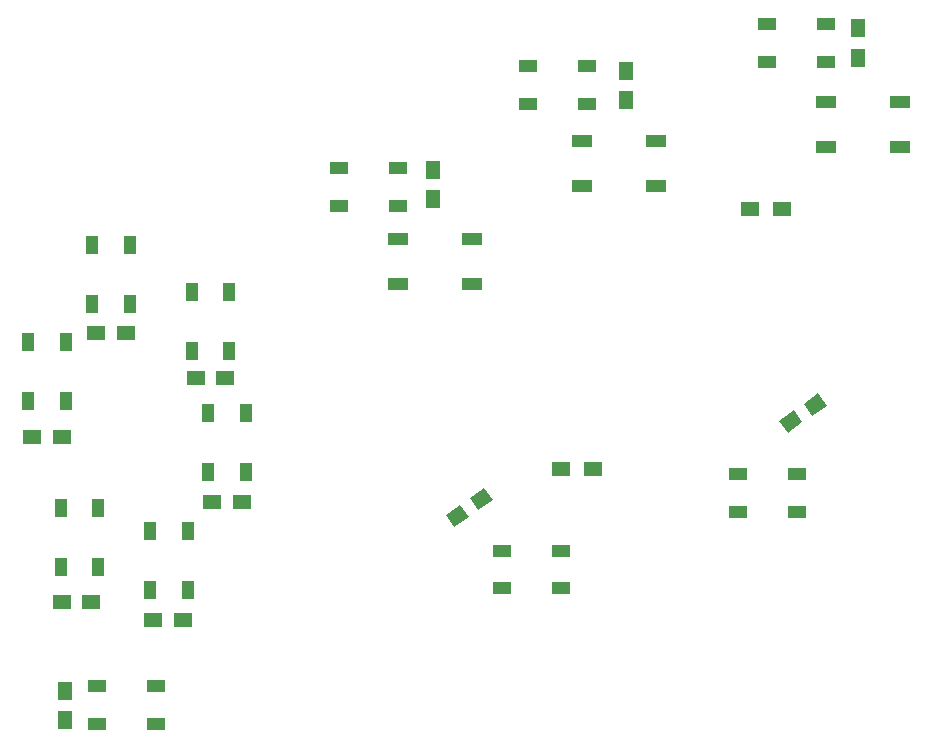
<source format=gtp>
G04 #@! TF.FileFunction,Paste,Top*
%FSLAX46Y46*%
G04 Gerber Fmt 4.6, Leading zero omitted, Abs format (unit mm)*
G04 Created by KiCad (PCBNEW 4.0.7) date Monday, 12 '12e' March '12e' 2018, 16:45:08*
%MOMM*%
%LPD*%
G01*
G04 APERTURE LIST*
%ADD10C,0.100000*%
%ADD11R,1.250000X1.500000*%
%ADD12R,1.500000X1.250000*%
%ADD13R,1.500000X1.300000*%
%ADD14R,1.700000X1.000000*%
%ADD15R,1.600000X1.000000*%
%ADD16R,1.000000X1.600000*%
G04 APERTURE END LIST*
D10*
G36*
X187470181Y-91409123D02*
X186753211Y-90385183D01*
X187981939Y-89524819D01*
X188698909Y-90548759D01*
X187470181Y-91409123D01*
X187470181Y-91409123D01*
G37*
G36*
X189518061Y-89975181D02*
X188801091Y-88951241D01*
X190029819Y-88090877D01*
X190746789Y-89114817D01*
X189518061Y-89975181D01*
X189518061Y-89975181D01*
G37*
G36*
X159220181Y-99409123D02*
X158503211Y-98385183D01*
X159731939Y-97524819D01*
X160448909Y-98548759D01*
X159220181Y-99409123D01*
X159220181Y-99409123D01*
G37*
G36*
X161268061Y-97975181D02*
X160551091Y-96951241D01*
X161779819Y-96090877D01*
X162496789Y-97114817D01*
X161268061Y-97975181D01*
X161268061Y-97975181D01*
G37*
D11*
X126250000Y-113250000D03*
X126250000Y-115750000D03*
D12*
X133750000Y-107250000D03*
X136250000Y-107250000D03*
X126000000Y-105750000D03*
X128500000Y-105750000D03*
X123500000Y-91750000D03*
X126000000Y-91750000D03*
X138750000Y-97250000D03*
X141250000Y-97250000D03*
D11*
X193400000Y-59650000D03*
X193400000Y-57150000D03*
D13*
X171000000Y-94500000D03*
X168300000Y-94500000D03*
X187000000Y-72500000D03*
X184300000Y-72500000D03*
D14*
X160750000Y-78800000D03*
X154450000Y-78800000D03*
X160750000Y-75000000D03*
X154450000Y-75000000D03*
X197000000Y-67200000D03*
X190700000Y-67200000D03*
X197000000Y-63400000D03*
X190700000Y-63400000D03*
D15*
X188250000Y-98100000D03*
X188250000Y-94900000D03*
X183250000Y-98100000D03*
X183250000Y-94900000D03*
X168250000Y-104600000D03*
X168250000Y-101400000D03*
X163250000Y-104600000D03*
X163250000Y-101400000D03*
X134000000Y-116100000D03*
X134000000Y-112900000D03*
X129000000Y-116100000D03*
X129000000Y-112900000D03*
D16*
X136700000Y-99750000D03*
X133500000Y-99750000D03*
X136700000Y-104750000D03*
X133500000Y-104750000D03*
X129100000Y-97750000D03*
X125900000Y-97750000D03*
X129100000Y-102750000D03*
X125900000Y-102750000D03*
X126350000Y-83750000D03*
X123150000Y-83750000D03*
X126350000Y-88750000D03*
X123150000Y-88750000D03*
X141600000Y-89750000D03*
X138400000Y-89750000D03*
X141600000Y-94750000D03*
X138400000Y-94750000D03*
D15*
X165500000Y-60400000D03*
X165500000Y-63600000D03*
X170500000Y-60400000D03*
X170500000Y-63600000D03*
X185700000Y-56800000D03*
X185700000Y-60000000D03*
X190700000Y-56800000D03*
X190700000Y-60000000D03*
D11*
X173800000Y-63250000D03*
X173800000Y-60750000D03*
X157400000Y-71650000D03*
X157400000Y-69150000D03*
D12*
X137350000Y-86800000D03*
X139850000Y-86800000D03*
X128900000Y-83000000D03*
X131400000Y-83000000D03*
D14*
X176350000Y-70500000D03*
X170050000Y-70500000D03*
X176350000Y-66700000D03*
X170050000Y-66700000D03*
D16*
X131800000Y-75500000D03*
X128600000Y-75500000D03*
X131800000Y-80500000D03*
X128600000Y-80500000D03*
X140200000Y-79500000D03*
X137000000Y-79500000D03*
X140200000Y-84500000D03*
X137000000Y-84500000D03*
D15*
X149500000Y-69000000D03*
X149500000Y-72200000D03*
X154500000Y-69000000D03*
X154500000Y-72200000D03*
M02*

</source>
